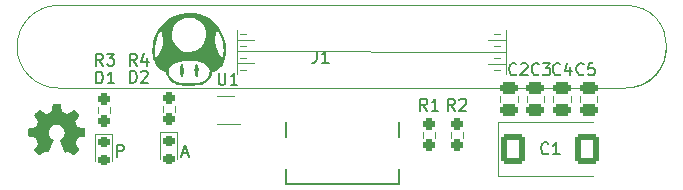
<source format=gto>
G04 #@! TF.GenerationSoftware,KiCad,Pcbnew,(5.99.0-12267-gfe608bfcef)*
G04 #@! TF.CreationDate,2021-11-07T23:22:06+01:00*
G04 #@! TF.ProjectId,MinCab,4d696e43-6162-42e6-9b69-6361645f7063,rev?*
G04 #@! TF.SameCoordinates,Original*
G04 #@! TF.FileFunction,Legend,Top*
G04 #@! TF.FilePolarity,Positive*
%FSLAX46Y46*%
G04 Gerber Fmt 4.6, Leading zero omitted, Abs format (unit mm)*
G04 Created by KiCad (PCBNEW (5.99.0-12267-gfe608bfcef)) date 2021-11-07 23:22:06*
%MOMM*%
%LPD*%
G01*
G04 APERTURE LIST*
G04 Aperture macros list*
%AMRoundRect*
0 Rectangle with rounded corners*
0 $1 Rounding radius*
0 $2 $3 $4 $5 $6 $7 $8 $9 X,Y pos of 4 corners*
0 Add a 4 corners polygon primitive as box body*
4,1,4,$2,$3,$4,$5,$6,$7,$8,$9,$2,$3,0*
0 Add four circle primitives for the rounded corners*
1,1,$1+$1,$2,$3*
1,1,$1+$1,$4,$5*
1,1,$1+$1,$6,$7*
1,1,$1+$1,$8,$9*
0 Add four rect primitives between the rounded corners*
20,1,$1+$1,$2,$3,$4,$5,0*
20,1,$1+$1,$4,$5,$6,$7,0*
20,1,$1+$1,$6,$7,$8,$9,0*
20,1,$1+$1,$8,$9,$2,$3,0*%
G04 Aperture macros list end*
%ADD10C,0.200000*%
%ADD11C,0.150000*%
%ADD12C,0.120000*%
%ADD13RoundRect,0.250000X0.475000X-0.250000X0.475000X0.250000X-0.475000X0.250000X-0.475000X-0.250000X0*%
%ADD14R,0.200000X0.700000*%
%ADD15C,6.000000*%
%ADD16RoundRect,0.237500X-0.237500X0.250000X-0.237500X-0.250000X0.237500X-0.250000X0.237500X0.250000X0*%
%ADD17RoundRect,0.237500X0.237500X-0.250000X0.237500X0.250000X-0.237500X0.250000X-0.237500X-0.250000X0*%
%ADD18R,0.650000X0.400000*%
%ADD19RoundRect,0.218750X-0.256250X0.218750X-0.256250X-0.218750X0.256250X-0.218750X0.256250X0.218750X0*%
%ADD20C,0.650000*%
%ADD21R,0.600000X1.150000*%
%ADD22R,0.300000X1.150000*%
%ADD23O,1.050000X2.100000*%
%ADD24O,1.000000X2.000000*%
%ADD25RoundRect,0.250000X-0.787500X-1.025000X0.787500X-1.025000X0.787500X1.025000X-0.787500X1.025000X0*%
G04 APERTURE END LIST*
D10*
X131261904Y-91966666D02*
X131738095Y-91966666D01*
X131166666Y-92252380D02*
X131500000Y-91252380D01*
X131833333Y-92252380D01*
X125738095Y-92252380D02*
X125738095Y-91252380D01*
X126119047Y-91252380D01*
X126214285Y-91300000D01*
X126261904Y-91347619D01*
X126309523Y-91442857D01*
X126309523Y-91585714D01*
X126261904Y-91680952D01*
X126214285Y-91728571D01*
X126119047Y-91776190D01*
X125738095Y-91776190D01*
D11*
X159533333Y-85257142D02*
X159485714Y-85304761D01*
X159342857Y-85352380D01*
X159247619Y-85352380D01*
X159104761Y-85304761D01*
X159009523Y-85209523D01*
X158961904Y-85114285D01*
X158914285Y-84923809D01*
X158914285Y-84780952D01*
X158961904Y-84590476D01*
X159009523Y-84495238D01*
X159104761Y-84400000D01*
X159247619Y-84352380D01*
X159342857Y-84352380D01*
X159485714Y-84400000D01*
X159533333Y-84447619D01*
X159914285Y-84447619D02*
X159961904Y-84400000D01*
X160057142Y-84352380D01*
X160295238Y-84352380D01*
X160390476Y-84400000D01*
X160438095Y-84447619D01*
X160485714Y-84542857D01*
X160485714Y-84638095D01*
X160438095Y-84780952D01*
X159866666Y-85352380D01*
X160485714Y-85352380D01*
X161433333Y-85257142D02*
X161385714Y-85304761D01*
X161242857Y-85352380D01*
X161147619Y-85352380D01*
X161004761Y-85304761D01*
X160909523Y-85209523D01*
X160861904Y-85114285D01*
X160814285Y-84923809D01*
X160814285Y-84780952D01*
X160861904Y-84590476D01*
X160909523Y-84495238D01*
X161004761Y-84400000D01*
X161147619Y-84352380D01*
X161242857Y-84352380D01*
X161385714Y-84400000D01*
X161433333Y-84447619D01*
X161766666Y-84352380D02*
X162385714Y-84352380D01*
X162052380Y-84733333D01*
X162195238Y-84733333D01*
X162290476Y-84780952D01*
X162338095Y-84828571D01*
X162385714Y-84923809D01*
X162385714Y-85161904D01*
X162338095Y-85257142D01*
X162290476Y-85304761D01*
X162195238Y-85352380D01*
X161909523Y-85352380D01*
X161814285Y-85304761D01*
X161766666Y-85257142D01*
X154333333Y-88352380D02*
X154000000Y-87876190D01*
X153761904Y-88352380D02*
X153761904Y-87352380D01*
X154142857Y-87352380D01*
X154238095Y-87400000D01*
X154285714Y-87447619D01*
X154333333Y-87542857D01*
X154333333Y-87685714D01*
X154285714Y-87780952D01*
X154238095Y-87828571D01*
X154142857Y-87876190D01*
X153761904Y-87876190D01*
X154714285Y-87447619D02*
X154761904Y-87400000D01*
X154857142Y-87352380D01*
X155095238Y-87352380D01*
X155190476Y-87400000D01*
X155238095Y-87447619D01*
X155285714Y-87542857D01*
X155285714Y-87638095D01*
X155238095Y-87780952D01*
X154666666Y-88352380D01*
X155285714Y-88352380D01*
X124533333Y-84552380D02*
X124200000Y-84076190D01*
X123961904Y-84552380D02*
X123961904Y-83552380D01*
X124342857Y-83552380D01*
X124438095Y-83600000D01*
X124485714Y-83647619D01*
X124533333Y-83742857D01*
X124533333Y-83885714D01*
X124485714Y-83980952D01*
X124438095Y-84028571D01*
X124342857Y-84076190D01*
X123961904Y-84076190D01*
X124866666Y-83552380D02*
X125485714Y-83552380D01*
X125152380Y-83933333D01*
X125295238Y-83933333D01*
X125390476Y-83980952D01*
X125438095Y-84028571D01*
X125485714Y-84123809D01*
X125485714Y-84361904D01*
X125438095Y-84457142D01*
X125390476Y-84504761D01*
X125295238Y-84552380D01*
X125009523Y-84552380D01*
X124914285Y-84504761D01*
X124866666Y-84457142D01*
X134328095Y-85182380D02*
X134328095Y-85991904D01*
X134375714Y-86087142D01*
X134423333Y-86134761D01*
X134518571Y-86182380D01*
X134709047Y-86182380D01*
X134804285Y-86134761D01*
X134851904Y-86087142D01*
X134899523Y-85991904D01*
X134899523Y-85182380D01*
X135899523Y-86182380D02*
X135328095Y-86182380D01*
X135613809Y-86182380D02*
X135613809Y-85182380D01*
X135518571Y-85325238D01*
X135423333Y-85420476D01*
X135328095Y-85468095D01*
X127403333Y-84542380D02*
X127070000Y-84066190D01*
X126831904Y-84542380D02*
X126831904Y-83542380D01*
X127212857Y-83542380D01*
X127308095Y-83590000D01*
X127355714Y-83637619D01*
X127403333Y-83732857D01*
X127403333Y-83875714D01*
X127355714Y-83970952D01*
X127308095Y-84018571D01*
X127212857Y-84066190D01*
X126831904Y-84066190D01*
X128260476Y-83875714D02*
X128260476Y-84542380D01*
X128022380Y-83494761D02*
X127784285Y-84209047D01*
X128403333Y-84209047D01*
X123961904Y-86052380D02*
X123961904Y-85052380D01*
X124200000Y-85052380D01*
X124342857Y-85100000D01*
X124438095Y-85195238D01*
X124485714Y-85290476D01*
X124533333Y-85480952D01*
X124533333Y-85623809D01*
X124485714Y-85814285D01*
X124438095Y-85909523D01*
X124342857Y-86004761D01*
X124200000Y-86052380D01*
X123961904Y-86052380D01*
X125485714Y-86052380D02*
X124914285Y-86052380D01*
X125200000Y-86052380D02*
X125200000Y-85052380D01*
X125104761Y-85195238D01*
X125009523Y-85290476D01*
X124914285Y-85338095D01*
X165233333Y-85257142D02*
X165185714Y-85304761D01*
X165042857Y-85352380D01*
X164947619Y-85352380D01*
X164804761Y-85304761D01*
X164709523Y-85209523D01*
X164661904Y-85114285D01*
X164614285Y-84923809D01*
X164614285Y-84780952D01*
X164661904Y-84590476D01*
X164709523Y-84495238D01*
X164804761Y-84400000D01*
X164947619Y-84352380D01*
X165042857Y-84352380D01*
X165185714Y-84400000D01*
X165233333Y-84447619D01*
X166138095Y-84352380D02*
X165661904Y-84352380D01*
X165614285Y-84828571D01*
X165661904Y-84780952D01*
X165757142Y-84733333D01*
X165995238Y-84733333D01*
X166090476Y-84780952D01*
X166138095Y-84828571D01*
X166185714Y-84923809D01*
X166185714Y-85161904D01*
X166138095Y-85257142D01*
X166090476Y-85304761D01*
X165995238Y-85352380D01*
X165757142Y-85352380D01*
X165661904Y-85304761D01*
X165614285Y-85257142D01*
X163233333Y-85257142D02*
X163185714Y-85304761D01*
X163042857Y-85352380D01*
X162947619Y-85352380D01*
X162804761Y-85304761D01*
X162709523Y-85209523D01*
X162661904Y-85114285D01*
X162614285Y-84923809D01*
X162614285Y-84780952D01*
X162661904Y-84590476D01*
X162709523Y-84495238D01*
X162804761Y-84400000D01*
X162947619Y-84352380D01*
X163042857Y-84352380D01*
X163185714Y-84400000D01*
X163233333Y-84447619D01*
X164090476Y-84685714D02*
X164090476Y-85352380D01*
X163852380Y-84304761D02*
X163614285Y-85019047D01*
X164233333Y-85019047D01*
X151983333Y-88352380D02*
X151650000Y-87876190D01*
X151411904Y-88352380D02*
X151411904Y-87352380D01*
X151792857Y-87352380D01*
X151888095Y-87400000D01*
X151935714Y-87447619D01*
X151983333Y-87542857D01*
X151983333Y-87685714D01*
X151935714Y-87780952D01*
X151888095Y-87828571D01*
X151792857Y-87876190D01*
X151411904Y-87876190D01*
X152935714Y-88352380D02*
X152364285Y-88352380D01*
X152650000Y-88352380D02*
X152650000Y-87352380D01*
X152554761Y-87495238D01*
X152459523Y-87590476D01*
X152364285Y-87638095D01*
X142641666Y-83317380D02*
X142641666Y-84031666D01*
X142594047Y-84174523D01*
X142498809Y-84269761D01*
X142355952Y-84317380D01*
X142260714Y-84317380D01*
X143641666Y-84317380D02*
X143070238Y-84317380D01*
X143355952Y-84317380D02*
X143355952Y-83317380D01*
X143260714Y-83460238D01*
X143165476Y-83555476D01*
X143070238Y-83603095D01*
X162233333Y-91957142D02*
X162185714Y-92004761D01*
X162042857Y-92052380D01*
X161947619Y-92052380D01*
X161804761Y-92004761D01*
X161709523Y-91909523D01*
X161661904Y-91814285D01*
X161614285Y-91623809D01*
X161614285Y-91480952D01*
X161661904Y-91290476D01*
X161709523Y-91195238D01*
X161804761Y-91100000D01*
X161947619Y-91052380D01*
X162042857Y-91052380D01*
X162185714Y-91100000D01*
X162233333Y-91147619D01*
X163185714Y-92052380D02*
X162614285Y-92052380D01*
X162900000Y-92052380D02*
X162900000Y-91052380D01*
X162804761Y-91195238D01*
X162709523Y-91290476D01*
X162614285Y-91338095D01*
X126821904Y-85992380D02*
X126821904Y-84992380D01*
X127060000Y-84992380D01*
X127202857Y-85040000D01*
X127298095Y-85135238D01*
X127345714Y-85230476D01*
X127393333Y-85420952D01*
X127393333Y-85563809D01*
X127345714Y-85754285D01*
X127298095Y-85849523D01*
X127202857Y-85944761D01*
X127060000Y-85992380D01*
X126821904Y-85992380D01*
X127774285Y-85087619D02*
X127821904Y-85040000D01*
X127917142Y-84992380D01*
X128155238Y-84992380D01*
X128250476Y-85040000D01*
X128298095Y-85087619D01*
X128345714Y-85182857D01*
X128345714Y-85278095D01*
X128298095Y-85420952D01*
X127726666Y-85992380D01*
X128345714Y-85992380D01*
D12*
X158165000Y-87661252D02*
X158165000Y-87138748D01*
X159635000Y-87661252D02*
X159635000Y-87138748D01*
X161885000Y-87661252D02*
X161885000Y-87138748D01*
X160415000Y-87661252D02*
X160415000Y-87138748D01*
X158150000Y-84910000D02*
X157650000Y-84910000D01*
X158650000Y-84410000D02*
X157150000Y-84410000D01*
X135850000Y-85300000D02*
X135850000Y-81520000D01*
X135850000Y-83350000D02*
X158650000Y-83410000D01*
X158150000Y-82910000D02*
X157650000Y-82910000D01*
X136150000Y-82910000D02*
X136650000Y-82910000D01*
X135850000Y-84350000D02*
X137350000Y-84350000D01*
X136600000Y-81910000D02*
X136150000Y-81910000D01*
X158650000Y-85300000D02*
X158650000Y-81520000D01*
X158150000Y-83910000D02*
X157650000Y-83910000D01*
X135850000Y-82350000D02*
X137350000Y-82350000D01*
X168750000Y-79450000D02*
X120750000Y-79450000D01*
X158650000Y-82410000D02*
X157150000Y-82410000D01*
X136150000Y-83910000D02*
X136650000Y-83910000D01*
X136650000Y-84910000D02*
X136150000Y-84910000D01*
X158150000Y-81910000D02*
X157650000Y-81910000D01*
X120750000Y-86450000D02*
X168750000Y-86450000D01*
X172250000Y-82950000D02*
G75*
G02*
X168750000Y-86450000I-3500000J0D01*
G01*
X120750000Y-86450000D02*
G75*
G02*
X117250000Y-82950000I0J3500000D01*
G01*
X120750000Y-79450000D02*
G75*
G03*
X117250000Y-82950000I0J-3500000D01*
G01*
X168750000Y-79450000D02*
G75*
G02*
X168750000Y-86450000I0J-3500000D01*
G01*
X155022500Y-90145276D02*
X155022500Y-90654724D01*
X153977500Y-90145276D02*
X153977500Y-90654724D01*
X124077500Y-88542224D02*
X124077500Y-88032776D01*
X125122500Y-88542224D02*
X125122500Y-88032776D01*
X135600000Y-87140000D02*
X134200000Y-87140000D01*
X134200000Y-89460000D02*
X136100000Y-89460000D01*
X130622500Y-88454724D02*
X130622500Y-87945276D01*
X129577500Y-88454724D02*
X129577500Y-87945276D01*
X125335000Y-92587500D02*
X125335000Y-90302500D01*
X123865000Y-90302500D02*
X123865000Y-92587500D01*
X125335000Y-90302500D02*
X123865000Y-90302500D01*
X164915000Y-87661252D02*
X164915000Y-87138748D01*
X166385000Y-87661252D02*
X166385000Y-87138748D01*
X162665000Y-87661252D02*
X162665000Y-87138748D01*
X164135000Y-87661252D02*
X164135000Y-87138748D01*
G36*
X129245820Y-84778688D02*
G01*
X129168682Y-84706687D01*
X129020236Y-84513826D01*
X128896950Y-84280397D01*
X128801271Y-84013931D01*
X128735644Y-83721959D01*
X128702517Y-83412015D01*
X128702330Y-83404213D01*
X128929218Y-83404213D01*
X128936575Y-83537589D01*
X128945226Y-83655958D01*
X128954112Y-83746778D01*
X128962175Y-83797506D01*
X128962478Y-83798566D01*
X128980165Y-83858073D01*
X129052865Y-83806307D01*
X129107807Y-83757532D01*
X129177062Y-83683142D01*
X129234105Y-83613815D01*
X129394095Y-83364045D01*
X129513197Y-83087020D01*
X129590308Y-82790800D01*
X129624321Y-82483444D01*
X129614131Y-82173008D01*
X129569630Y-81928077D01*
X130384163Y-81928077D01*
X130407025Y-82201561D01*
X130475794Y-82452150D01*
X130592536Y-82684743D01*
X130759317Y-82904238D01*
X130825441Y-82974383D01*
X131032634Y-83152063D01*
X131258839Y-83282623D01*
X131512849Y-83371146D01*
X131659881Y-83393405D01*
X131835791Y-83396666D01*
X132020227Y-83382082D01*
X132192842Y-83350812D01*
X132272147Y-83328012D01*
X132524891Y-83216024D01*
X132746583Y-83063518D01*
X132933646Y-82875524D01*
X133082504Y-82657074D01*
X133189582Y-82413197D01*
X133193618Y-82395917D01*
X134042438Y-82395917D01*
X134046818Y-82619538D01*
X134064391Y-82806633D01*
X134098734Y-82972993D01*
X134153422Y-83134409D01*
X134232032Y-83306673D01*
X134261833Y-83364776D01*
X134315982Y-83456530D01*
X134383765Y-83554533D01*
X134457840Y-83650205D01*
X134530862Y-83734963D01*
X134595487Y-83800226D01*
X134644372Y-83837413D01*
X134668564Y-83840071D01*
X134680792Y-83805886D01*
X134696130Y-83731613D01*
X134712143Y-83630067D01*
X134720333Y-83567437D01*
X134735944Y-83278217D01*
X134717856Y-82964954D01*
X134667880Y-82643207D01*
X134587828Y-82328538D01*
X134569307Y-82270650D01*
X134531643Y-82168491D01*
X134482569Y-82051720D01*
X134426746Y-81929567D01*
X134368831Y-81811261D01*
X134313483Y-81706034D01*
X134265362Y-81623116D01*
X134229126Y-81571737D01*
X134210625Y-81560027D01*
X134192863Y-81589900D01*
X134164294Y-81657972D01*
X134130022Y-81751686D01*
X134116401Y-81791900D01*
X134087072Y-81885528D01*
X134066788Y-81967922D01*
X134053855Y-82052910D01*
X134046580Y-82154318D01*
X134043271Y-82285971D01*
X134042438Y-82395917D01*
X133193618Y-82395917D01*
X133251303Y-82148923D01*
X133265651Y-81930472D01*
X133240551Y-81641989D01*
X133170582Y-81379658D01*
X133058458Y-81146367D01*
X132906891Y-80945000D01*
X132718595Y-80778445D01*
X132496282Y-80649586D01*
X132242666Y-80561311D01*
X131960461Y-80516506D01*
X131934782Y-80514766D01*
X131698042Y-80513193D01*
X131486867Y-80542218D01*
X131280803Y-80605760D01*
X131141305Y-80666759D01*
X130928675Y-80796226D01*
X130738664Y-80965906D01*
X130584432Y-81163667D01*
X130561463Y-81201350D01*
X130498024Y-81338753D01*
X130444354Y-81509379D01*
X130405267Y-81693485D01*
X130385580Y-81871330D01*
X130384163Y-81928077D01*
X129569630Y-81928077D01*
X129558634Y-81867554D01*
X129499365Y-81679841D01*
X129468325Y-81600499D01*
X129447216Y-81563966D01*
X129428632Y-81562765D01*
X129407157Y-81586752D01*
X129356385Y-81666867D01*
X129294613Y-81783198D01*
X129228358Y-81921736D01*
X129164140Y-82068472D01*
X129108476Y-82209396D01*
X129081378Y-82286916D01*
X128981905Y-82664899D01*
X128932248Y-83042590D01*
X128929218Y-83404213D01*
X128702330Y-83404213D01*
X128698874Y-83260314D01*
X128726198Y-82850261D01*
X128805796Y-82449397D01*
X128937415Y-82058503D01*
X129120804Y-81678362D01*
X129301973Y-81386383D01*
X129414115Y-81238190D01*
X129553426Y-81077995D01*
X129707221Y-80918677D01*
X129862815Y-80773113D01*
X130007523Y-80654184D01*
X130060452Y-80616321D01*
X130403180Y-80415932D01*
X130767137Y-80261921D01*
X131146742Y-80154722D01*
X131536414Y-80094769D01*
X131930571Y-80082497D01*
X132323631Y-80118341D01*
X132710014Y-80202735D01*
X133084138Y-80336113D01*
X133169045Y-80374317D01*
X133498624Y-80557636D01*
X133803473Y-80785144D01*
X134080324Y-81052358D01*
X134325905Y-81354795D01*
X134536949Y-81687971D01*
X134710185Y-82047403D01*
X134842343Y-82428608D01*
X134921969Y-82777962D01*
X134946273Y-82984352D01*
X134954562Y-83217199D01*
X134947497Y-83457936D01*
X134925738Y-83687997D01*
X134889948Y-83888815D01*
X134881173Y-83923800D01*
X134782117Y-84217260D01*
X134652154Y-84471978D01*
X134492954Y-84686025D01*
X134306188Y-84857469D01*
X134093529Y-84984381D01*
X133903448Y-85053208D01*
X133831571Y-85078244D01*
X133795137Y-85113037D01*
X133776836Y-85174159D01*
X133776781Y-85174454D01*
X133756866Y-85240684D01*
X133718988Y-85336361D01*
X133670240Y-85444010D01*
X133653771Y-85477595D01*
X133510808Y-85706910D01*
X133331617Y-85897810D01*
X133118401Y-86048666D01*
X132873357Y-86157845D01*
X132662111Y-86212916D01*
X132568239Y-86224918D01*
X132431623Y-86234690D01*
X132262670Y-86242158D01*
X132071786Y-86247251D01*
X131869376Y-86249899D01*
X131665848Y-86250030D01*
X131471606Y-86247573D01*
X131297058Y-86242457D01*
X131152609Y-86234610D01*
X131048691Y-86223964D01*
X130773958Y-86158714D01*
X130530751Y-86050722D01*
X130319787Y-85900607D01*
X130141777Y-85708987D01*
X129997437Y-85476480D01*
X129893961Y-85223846D01*
X129865546Y-85145275D01*
X129834801Y-85098765D01*
X129785454Y-85068779D01*
X129701232Y-85039780D01*
X129701141Y-85039752D01*
X129549748Y-84976694D01*
X129527063Y-84963631D01*
X130095457Y-84963631D01*
X130106386Y-85134785D01*
X130157067Y-85310387D01*
X130243097Y-85481797D01*
X130360075Y-85640377D01*
X130503600Y-85777488D01*
X130669269Y-85884490D01*
X130681500Y-85890589D01*
X130789487Y-85934480D01*
X130919614Y-85974871D01*
X131026920Y-85999619D01*
X131137345Y-86013545D01*
X131289609Y-86024242D01*
X131472453Y-86031697D01*
X131674620Y-86035898D01*
X131884852Y-86036832D01*
X132091891Y-86034487D01*
X132284479Y-86028850D01*
X132451358Y-86019908D01*
X132581271Y-86007649D01*
X132622726Y-86001398D01*
X132866488Y-85933051D01*
X133081039Y-85821276D01*
X133263485Y-85668262D01*
X133410936Y-85476199D01*
X133475510Y-85355910D01*
X133544520Y-85165114D01*
X133564184Y-84991248D01*
X133534529Y-84831442D01*
X133481463Y-84721545D01*
X133357580Y-84570641D01*
X133186158Y-84440359D01*
X132968987Y-84331421D01*
X132707860Y-84244548D01*
X132404569Y-84180462D01*
X132060904Y-84139885D01*
X132031676Y-84137672D01*
X131818927Y-84132484D01*
X131577843Y-84143433D01*
X131330104Y-84168543D01*
X131097391Y-84205838D01*
X130968901Y-84234535D01*
X130735459Y-84309408D01*
X130529452Y-84405963D01*
X130357037Y-84520016D01*
X130224373Y-84647382D01*
X130137617Y-84783875D01*
X130128681Y-84805564D01*
X130095457Y-84963631D01*
X129527063Y-84963631D01*
X129390434Y-84884956D01*
X129245820Y-84778688D01*
G37*
G36*
X131245038Y-84388083D02*
G01*
X131285837Y-84448680D01*
X131320320Y-84550210D01*
X131347188Y-84680650D01*
X131365145Y-84827977D01*
X131372891Y-84980167D01*
X131369130Y-85125198D01*
X131352563Y-85251046D01*
X131342567Y-85291588D01*
X131298887Y-85405204D01*
X131248079Y-85477083D01*
X131194249Y-85503794D01*
X131141507Y-85481906D01*
X131129727Y-85469354D01*
X131094001Y-85400944D01*
X131062454Y-85294292D01*
X131038216Y-85164337D01*
X131024418Y-85026019D01*
X131022410Y-84957173D01*
X131032212Y-84760378D01*
X131061265Y-84596497D01*
X131107999Y-84472586D01*
X131141246Y-84423354D01*
X131186157Y-84378223D01*
X131218436Y-84371343D01*
X131245038Y-84388083D01*
G37*
G36*
X132511253Y-84413146D02*
G01*
X132569260Y-84512077D01*
X132606642Y-84649634D01*
X132624404Y-84830393D01*
X132626250Y-84935917D01*
X132617449Y-85123799D01*
X132593388Y-85279962D01*
X132555720Y-85399338D01*
X132506102Y-85476861D01*
X132446189Y-85507464D01*
X132439409Y-85507749D01*
X132407788Y-85485375D01*
X132369176Y-85428453D01*
X132349696Y-85389191D01*
X132308507Y-85259512D01*
X132284534Y-85105147D01*
X132277166Y-84939006D01*
X132285795Y-84773995D01*
X132309810Y-84623022D01*
X132348603Y-84498997D01*
X132395413Y-84421342D01*
X132458487Y-84350786D01*
X132511253Y-84413146D01*
G37*
G36*
X120948336Y-87818259D02*
G01*
X120952832Y-87834584D01*
X120960416Y-87868775D01*
X120970504Y-87917917D01*
X120982514Y-87979092D01*
X120995863Y-88049386D01*
X121009968Y-88125879D01*
X121011447Y-88134029D01*
X121025411Y-88210490D01*
X121038429Y-88280607D01*
X121049960Y-88341563D01*
X121059465Y-88390541D01*
X121066403Y-88424723D01*
X121070235Y-88441293D01*
X121070465Y-88441978D01*
X121082177Y-88452173D01*
X121109370Y-88467841D01*
X121147871Y-88486769D01*
X121189160Y-88504936D01*
X121287071Y-88545678D01*
X121366709Y-88578443D01*
X121429159Y-88603660D01*
X121475508Y-88621758D01*
X121506840Y-88633167D01*
X121524241Y-88638316D01*
X121527403Y-88638720D01*
X121539126Y-88632960D01*
X121565945Y-88616659D01*
X121605603Y-88591290D01*
X121655842Y-88558322D01*
X121714405Y-88519228D01*
X121779034Y-88475478D01*
X121802686Y-88459327D01*
X121869231Y-88414214D01*
X121930853Y-88373260D01*
X121985230Y-88337944D01*
X122030039Y-88309744D01*
X122062957Y-88290141D01*
X122081662Y-88280615D01*
X122084363Y-88279934D01*
X122097627Y-88287276D01*
X122122966Y-88307765D01*
X122158083Y-88339089D01*
X122200680Y-88378940D01*
X122248460Y-88425006D01*
X122299127Y-88474978D01*
X122350382Y-88526546D01*
X122399930Y-88577400D01*
X122445473Y-88625231D01*
X122484713Y-88667728D01*
X122515354Y-88702581D01*
X122535098Y-88727480D01*
X122541670Y-88739794D01*
X122535860Y-88755891D01*
X122519883Y-88785425D01*
X122495923Y-88824714D01*
X122466161Y-88870079D01*
X122453092Y-88889144D01*
X122384868Y-88987779D01*
X122328288Y-89070390D01*
X122282644Y-89138067D01*
X122247229Y-89191900D01*
X122221335Y-89232979D01*
X122204254Y-89262392D01*
X122195277Y-89281230D01*
X122193436Y-89288875D01*
X122197528Y-89304236D01*
X122208808Y-89335324D01*
X122225781Y-89378630D01*
X122246951Y-89430644D01*
X122270826Y-89487857D01*
X122295909Y-89546759D01*
X122320705Y-89603841D01*
X122343721Y-89655593D01*
X122363461Y-89698506D01*
X122378430Y-89729071D01*
X122387134Y-89743779D01*
X122387249Y-89743903D01*
X122397212Y-89749379D01*
X122418813Y-89756294D01*
X122453423Y-89764937D01*
X122502416Y-89775595D01*
X122567161Y-89788559D01*
X122649031Y-89804116D01*
X122749398Y-89822554D01*
X122831865Y-89837414D01*
X122887140Y-89847694D01*
X122936557Y-89857588D01*
X122975586Y-89866139D01*
X122999699Y-89872389D01*
X123003344Y-89873671D01*
X123027088Y-89883469D01*
X123027088Y-90204257D01*
X123026895Y-90299779D01*
X123026266Y-90376096D01*
X123025121Y-90435105D01*
X123023382Y-90478705D01*
X123020972Y-90508791D01*
X123017810Y-90527261D01*
X123013821Y-90536012D01*
X123013373Y-90536425D01*
X122999744Y-90541257D01*
X122968141Y-90549196D01*
X122921367Y-90559641D01*
X122862224Y-90571992D01*
X122793514Y-90585648D01*
X122718041Y-90600006D01*
X122709987Y-90601502D01*
X122614135Y-90619652D01*
X122537855Y-90634983D01*
X122479846Y-90647797D01*
X122438809Y-90658400D01*
X122413443Y-90667094D01*
X122403247Y-90673194D01*
X122393024Y-90689679D01*
X122377457Y-90721883D01*
X122357845Y-90766444D01*
X122335490Y-90820000D01*
X122311692Y-90879187D01*
X122287753Y-90940644D01*
X122264972Y-91001008D01*
X122244650Y-91056915D01*
X122228089Y-91105005D01*
X122216589Y-91141913D01*
X122211451Y-91164277D01*
X122211565Y-91168710D01*
X122219780Y-91183582D01*
X122237789Y-91212204D01*
X122263287Y-91251034D01*
X122293967Y-91296531D01*
X122309425Y-91319069D01*
X122349073Y-91376571D01*
X122391891Y-91438675D01*
X122433020Y-91498333D01*
X122467600Y-91548498D01*
X122471026Y-91553469D01*
X122498874Y-91595415D01*
X122521549Y-91632509D01*
X122536617Y-91660564D01*
X122541670Y-91674916D01*
X122534481Y-91686370D01*
X122514404Y-91710246D01*
X122483680Y-91744266D01*
X122444546Y-91786157D01*
X122399241Y-91833641D01*
X122350005Y-91884443D01*
X122299074Y-91936288D01*
X122248689Y-91986901D01*
X122201088Y-92034004D01*
X122158509Y-92075323D01*
X122123191Y-92108582D01*
X122097373Y-92131506D01*
X122083293Y-92141818D01*
X122082016Y-92142169D01*
X122069167Y-92136521D01*
X122043269Y-92121287D01*
X122008531Y-92099034D01*
X121981857Y-92081099D01*
X121887448Y-92016478D01*
X121808959Y-91962850D01*
X121744929Y-91919236D01*
X121693900Y-91884657D01*
X121654409Y-91858132D01*
X121624997Y-91838682D01*
X121604203Y-91825328D01*
X121590568Y-91817091D01*
X121582630Y-91812990D01*
X121581388Y-91812505D01*
X121566208Y-91815000D01*
X121536979Y-91825998D01*
X121498060Y-91843680D01*
X121458466Y-91863746D01*
X121413840Y-91886485D01*
X121374352Y-91904892D01*
X121344641Y-91916909D01*
X121330347Y-91920565D01*
X121320206Y-91917047D01*
X121309104Y-91904670D01*
X121295492Y-91880698D01*
X121277818Y-91842396D01*
X121254533Y-91787027D01*
X121254120Y-91786020D01*
X121237200Y-91744901D01*
X121213506Y-91687498D01*
X121184364Y-91617014D01*
X121151101Y-91536653D01*
X121115042Y-91449620D01*
X121077515Y-91359118D01*
X121041433Y-91272178D01*
X121006389Y-91187382D01*
X120973946Y-91108122D01*
X120945000Y-91036642D01*
X120920445Y-90975183D01*
X120901175Y-90925991D01*
X120888087Y-90891308D01*
X120882074Y-90873378D01*
X120881794Y-90871957D01*
X120886339Y-90858028D01*
X120903519Y-90838092D01*
X120935106Y-90810416D01*
X120981517Y-90774283D01*
X121065418Y-90705137D01*
X121131879Y-90636379D01*
X121184152Y-90564242D01*
X121219164Y-90498946D01*
X121259925Y-90387646D01*
X121280746Y-90274037D01*
X121282037Y-90160417D01*
X121264204Y-90049081D01*
X121227655Y-89942326D01*
X121172799Y-89842451D01*
X121100042Y-89751751D01*
X121083537Y-89735069D01*
X121004921Y-89669778D01*
X120915488Y-89614995D01*
X120822216Y-89574719D01*
X120783147Y-89562980D01*
X120724832Y-89552688D01*
X120654331Y-89547402D01*
X120579672Y-89547131D01*
X120508888Y-89551887D01*
X120450007Y-89561679D01*
X120446567Y-89562546D01*
X120338962Y-89601088D01*
X120239447Y-89657801D01*
X120150300Y-89730569D01*
X120073800Y-89817274D01*
X120012225Y-89915800D01*
X119975844Y-90000000D01*
X119962588Y-90052790D01*
X119953859Y-90119311D01*
X119949735Y-90193173D01*
X119950298Y-90267988D01*
X119955628Y-90337369D01*
X119965804Y-90394927D01*
X119970679Y-90411550D01*
X120015134Y-90515073D01*
X120075778Y-90609281D01*
X120154129Y-90696131D01*
X120251707Y-90777584D01*
X120258498Y-90782555D01*
X120302650Y-90816586D01*
X120332402Y-90843809D01*
X120346041Y-90862601D01*
X120346739Y-90866101D01*
X120342814Y-90880828D01*
X120331766Y-90912164D01*
X120314686Y-90957278D01*
X120292667Y-91013337D01*
X120266799Y-91077511D01*
X120242486Y-91136599D01*
X120206763Y-91222651D01*
X120165887Y-91321149D01*
X120122785Y-91425040D01*
X120080383Y-91527272D01*
X120041605Y-91620794D01*
X120029542Y-91649894D01*
X119999716Y-91720676D01*
X119971914Y-91784422D01*
X119947315Y-91838598D01*
X119927096Y-91880672D01*
X119912437Y-91908110D01*
X119904711Y-91918321D01*
X119889216Y-91916173D01*
X119859601Y-91905521D01*
X119820202Y-91888100D01*
X119782612Y-91869451D01*
X119737991Y-91847268D01*
X119698409Y-91829421D01*
X119668618Y-91817944D01*
X119654659Y-91814713D01*
X119640359Y-91820620D01*
X119611333Y-91837097D01*
X119570102Y-91862550D01*
X119519185Y-91895388D01*
X119461106Y-91934017D01*
X119401397Y-91974760D01*
X119338915Y-92017618D01*
X119281371Y-92056531D01*
X119231263Y-92089855D01*
X119191088Y-92115945D01*
X119163341Y-92133157D01*
X119150763Y-92139791D01*
X119140744Y-92137293D01*
X119122964Y-92125499D01*
X119096227Y-92103333D01*
X119059337Y-92069720D01*
X119011098Y-92023583D01*
X118950315Y-91963847D01*
X118905416Y-91919120D01*
X118848899Y-91862213D01*
X118797551Y-91809760D01*
X118753202Y-91763692D01*
X118717686Y-91725939D01*
X118692832Y-91698433D01*
X118680474Y-91683105D01*
X118679435Y-91680891D01*
X118683697Y-91670510D01*
X118696833Y-91647970D01*
X118719363Y-91612481D01*
X118751811Y-91563256D01*
X118794700Y-91499506D01*
X118848551Y-91420443D01*
X118913886Y-91325277D01*
X118943623Y-91282135D01*
X118971995Y-91239385D01*
X118995258Y-91201238D01*
X119010991Y-91171881D01*
X119016773Y-91155603D01*
X119012977Y-91137217D01*
X119002192Y-91103601D01*
X118985793Y-91058096D01*
X118965154Y-91004044D01*
X118941651Y-90944785D01*
X118916660Y-90883661D01*
X118891556Y-90824014D01*
X118867714Y-90769183D01*
X118846510Y-90722511D01*
X118829320Y-90687339D01*
X118817518Y-90667008D01*
X118814211Y-90663523D01*
X118798887Y-90658860D01*
X118765871Y-90651134D01*
X118718248Y-90640988D01*
X118659105Y-90629064D01*
X118591526Y-90616006D01*
X118539519Y-90606289D01*
X118447775Y-90589363D01*
X118374617Y-90575645D01*
X118317885Y-90564481D01*
X118275415Y-90555220D01*
X118245046Y-90547209D01*
X118224616Y-90539796D01*
X118211961Y-90532328D01*
X118204921Y-90524153D01*
X118201332Y-90514619D01*
X118199129Y-90503588D01*
X118196656Y-90478795D01*
X118195035Y-90438212D01*
X118194201Y-90385113D01*
X118194085Y-90322775D01*
X118194621Y-90254473D01*
X118195742Y-90183484D01*
X118197379Y-90113082D01*
X118199468Y-90046544D01*
X118201939Y-89987147D01*
X118204726Y-89938164D01*
X118207762Y-89902873D01*
X118210979Y-89884550D01*
X118211847Y-89882959D01*
X118225096Y-89877892D01*
X118256404Y-89869704D01*
X118303053Y-89858990D01*
X118362327Y-89846343D01*
X118431510Y-89832358D01*
X118507884Y-89817627D01*
X118527872Y-89813881D01*
X118605325Y-89799237D01*
X118676019Y-89785462D01*
X118737293Y-89773109D01*
X118786485Y-89762726D01*
X118820935Y-89754867D01*
X118837981Y-89750081D01*
X118839241Y-89749401D01*
X118846999Y-89736161D01*
X118861211Y-89706856D01*
X118880411Y-89664915D01*
X118903136Y-89613767D01*
X118927920Y-89556842D01*
X118953299Y-89497570D01*
X118977807Y-89439379D01*
X118999980Y-89385699D01*
X119018353Y-89339960D01*
X119031461Y-89305591D01*
X119037840Y-89286022D01*
X119038222Y-89283549D01*
X119036526Y-89277859D01*
X119030730Y-89266821D01*
X119019773Y-89248837D01*
X119002594Y-89222305D01*
X118978133Y-89185625D01*
X118945327Y-89137197D01*
X118903117Y-89075422D01*
X118850442Y-88998697D01*
X118820582Y-88955297D01*
X118782329Y-88899288D01*
X118747981Y-88848171D01*
X118719435Y-88804837D01*
X118698587Y-88772174D01*
X118687336Y-88753074D01*
X118686115Y-88750421D01*
X118686533Y-88741891D01*
X118693485Y-88728480D01*
X118708318Y-88708663D01*
X118732376Y-88680918D01*
X118767006Y-88643724D01*
X118813555Y-88595556D01*
X118873368Y-88534894D01*
X118903016Y-88505074D01*
X118970990Y-88437524D01*
X119029588Y-88380710D01*
X119077750Y-88335609D01*
X119114414Y-88303196D01*
X119138520Y-88284446D01*
X119147869Y-88279934D01*
X119173163Y-88286626D01*
X119185127Y-88294155D01*
X119198604Y-88304161D01*
X119226718Y-88323976D01*
X119266603Y-88351615D01*
X119315392Y-88385095D01*
X119370218Y-88422433D01*
X119386456Y-88433441D01*
X119445860Y-88473710D01*
X119503264Y-88512692D01*
X119554937Y-88547849D01*
X119597150Y-88576642D01*
X119626171Y-88596534D01*
X119629165Y-88598599D01*
X119660717Y-88619087D01*
X119686595Y-88633543D01*
X119700625Y-88638707D01*
X119715516Y-88634729D01*
X119746184Y-88623770D01*
X119789068Y-88607303D01*
X119840608Y-88586806D01*
X119897246Y-88563754D01*
X119955420Y-88539623D01*
X120011571Y-88515889D01*
X120062140Y-88494027D01*
X120103565Y-88475514D01*
X120132289Y-88461825D01*
X120144530Y-88454671D01*
X120150751Y-88440181D01*
X120160015Y-88407030D01*
X120171868Y-88357369D01*
X120185858Y-88293350D01*
X120201532Y-88217126D01*
X120218440Y-88130847D01*
X120236126Y-88036665D01*
X120254141Y-87936734D01*
X120257778Y-87916046D01*
X120266326Y-87872474D01*
X120275136Y-87836195D01*
X120282791Y-87812752D01*
X120285467Y-87807882D01*
X120293762Y-87803875D01*
X120312478Y-87800689D01*
X120343418Y-87798250D01*
X120388384Y-87796486D01*
X120449180Y-87795324D01*
X120527608Y-87794692D01*
X120617347Y-87794516D01*
X120938134Y-87794516D01*
X120948336Y-87818259D01*
G37*
X151627500Y-90654724D02*
X151627500Y-90145276D01*
X152672500Y-90654724D02*
X152672500Y-90145276D01*
D10*
X149590000Y-89350000D02*
X149590000Y-90600000D01*
X140010000Y-93320000D02*
X140010000Y-94600000D01*
X149590000Y-94600000D02*
X149590000Y-93320000D01*
X140010000Y-89350000D02*
X140010000Y-90600000D01*
X140010000Y-94600000D02*
X149590000Y-94600000D01*
D12*
X157990000Y-93860000D02*
X166050000Y-93860000D01*
X166050000Y-89340000D02*
X157990000Y-89340000D01*
X157990000Y-89340000D02*
X157990000Y-93860000D01*
X129365000Y-90215000D02*
X129365000Y-92500000D01*
X130835000Y-90215000D02*
X129365000Y-90215000D01*
X130835000Y-92500000D02*
X130835000Y-90215000D01*
%LPC*%
D13*
X158900000Y-88350000D03*
X158900000Y-86450000D03*
X161150000Y-88350000D03*
X161150000Y-86450000D03*
D14*
X137450000Y-84950000D03*
X137450000Y-81870000D03*
X137850000Y-84950000D03*
X137850000Y-81870000D03*
X138250000Y-84950000D03*
X138250000Y-81870000D03*
X138650000Y-84950000D03*
X138650000Y-81870000D03*
X139050000Y-84950000D03*
X139050000Y-81870000D03*
X139450000Y-84950000D03*
X139450000Y-81870000D03*
X139850000Y-84950000D03*
X139850000Y-81870000D03*
X140250000Y-84950000D03*
X140250000Y-81870000D03*
X140650000Y-84950000D03*
X140650000Y-81870000D03*
X141050000Y-84950000D03*
X141050000Y-81870000D03*
X141450000Y-84950000D03*
X141450000Y-81870000D03*
X141850000Y-84950000D03*
X141850000Y-81870000D03*
X142250000Y-84950000D03*
X142250000Y-81870000D03*
X142650000Y-84950000D03*
X142650000Y-81870000D03*
X143050000Y-84950000D03*
X143050000Y-81870000D03*
X143450000Y-84950000D03*
X143450000Y-81870000D03*
X143850000Y-84950000D03*
X143850000Y-81870000D03*
X144250000Y-84950000D03*
X144250000Y-81870000D03*
X144650000Y-84950000D03*
X144650000Y-81870000D03*
X145050000Y-84950000D03*
X145050000Y-81870000D03*
X145450000Y-84950000D03*
X145450000Y-81870000D03*
X145850000Y-84950000D03*
X145850000Y-81870000D03*
X146250000Y-84950000D03*
X146250000Y-81870000D03*
X146650000Y-84950000D03*
X146650000Y-81870000D03*
X147050000Y-84950000D03*
X147050000Y-81870000D03*
X147450000Y-84950000D03*
X147450000Y-81870000D03*
X147850000Y-84950000D03*
X147850000Y-81870000D03*
X148250000Y-84950000D03*
X148250000Y-81870000D03*
X148650000Y-84950000D03*
X148650000Y-81870000D03*
X149050000Y-84950000D03*
X149050000Y-81870000D03*
X149450000Y-84950000D03*
X149450000Y-81870000D03*
X149850000Y-84950000D03*
X149850000Y-81870000D03*
X150250000Y-84950000D03*
X150250000Y-81870000D03*
X150650000Y-84950000D03*
X150650000Y-81870000D03*
X151050000Y-84950000D03*
X151050000Y-81870000D03*
X151450000Y-84950000D03*
X151450000Y-81870000D03*
X151850000Y-84950000D03*
X151850000Y-81870000D03*
X152250000Y-84950000D03*
X152250000Y-81870000D03*
X152650000Y-84950000D03*
X152650000Y-81870000D03*
X153050000Y-84950000D03*
X153050000Y-81870000D03*
X153450000Y-84950000D03*
X153450000Y-81870000D03*
X153850000Y-84950000D03*
X153850000Y-81870000D03*
X154250000Y-84950000D03*
X154250000Y-81870000D03*
X154650000Y-84950000D03*
X154650000Y-81870000D03*
X155050000Y-84950000D03*
X155050000Y-81870000D03*
X155450000Y-84950000D03*
X155450000Y-81870000D03*
X155850000Y-84950000D03*
X155850000Y-81870000D03*
X156250000Y-84950000D03*
X156250000Y-81870000D03*
X156650000Y-84950000D03*
X156650000Y-81870000D03*
X157050000Y-84950000D03*
X157050000Y-81870000D03*
D15*
X120750000Y-82950000D03*
X168750000Y-82950000D03*
D16*
X154500000Y-89487500D03*
X154500000Y-91312500D03*
D17*
X124600000Y-89200000D03*
X124600000Y-87375000D03*
D18*
X135850000Y-88950000D03*
X135850000Y-88300000D03*
X135850000Y-87650000D03*
X133950000Y-87650000D03*
X133950000Y-88950000D03*
D17*
X130100000Y-89112500D03*
X130100000Y-87287500D03*
D19*
X124600000Y-91000000D03*
X124600000Y-92575000D03*
D13*
X165650000Y-88350000D03*
X165650000Y-86450000D03*
X163400000Y-88350000D03*
X163400000Y-86450000D03*
D17*
X152150000Y-91312500D03*
X152150000Y-89487500D03*
D20*
X147690000Y-88320000D03*
X141910000Y-88320000D03*
D21*
X141600000Y-87245000D03*
X142400000Y-87245000D03*
D22*
X143550000Y-87245000D03*
X144550000Y-87245000D03*
X145050000Y-87245000D03*
X146050000Y-87245000D03*
D21*
X148000000Y-87245000D03*
X147200000Y-87245000D03*
D22*
X146550000Y-87245000D03*
X145550000Y-87245000D03*
X144050000Y-87245000D03*
X143050000Y-87245000D03*
D23*
X140480000Y-87820000D03*
D24*
X140480000Y-92000000D03*
X149120000Y-92000000D03*
D23*
X149120000Y-87820000D03*
D25*
X159287500Y-91600000D03*
X165512500Y-91600000D03*
D19*
X130100000Y-90912500D03*
X130100000Y-92487500D03*
M02*

</source>
